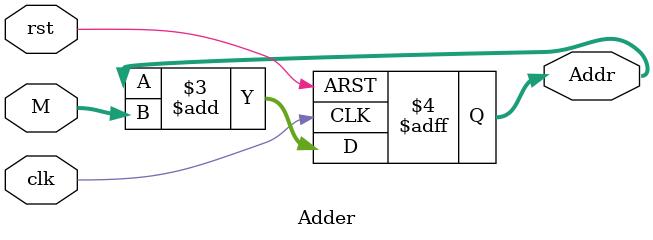
<source format=v>
`timescale 1ns / 1ps

module Adder #(parameter N = 16)(
    input wire rst, clk,
    input wire [N - 1: 0] M,
    output reg [N - 1: 0] Addr
    );
    always @(posedge clk, negedge rst) begin
        if(!rst) Addr = 0;
        else Addr <= Addr + M;
    end
endmodule

</source>
